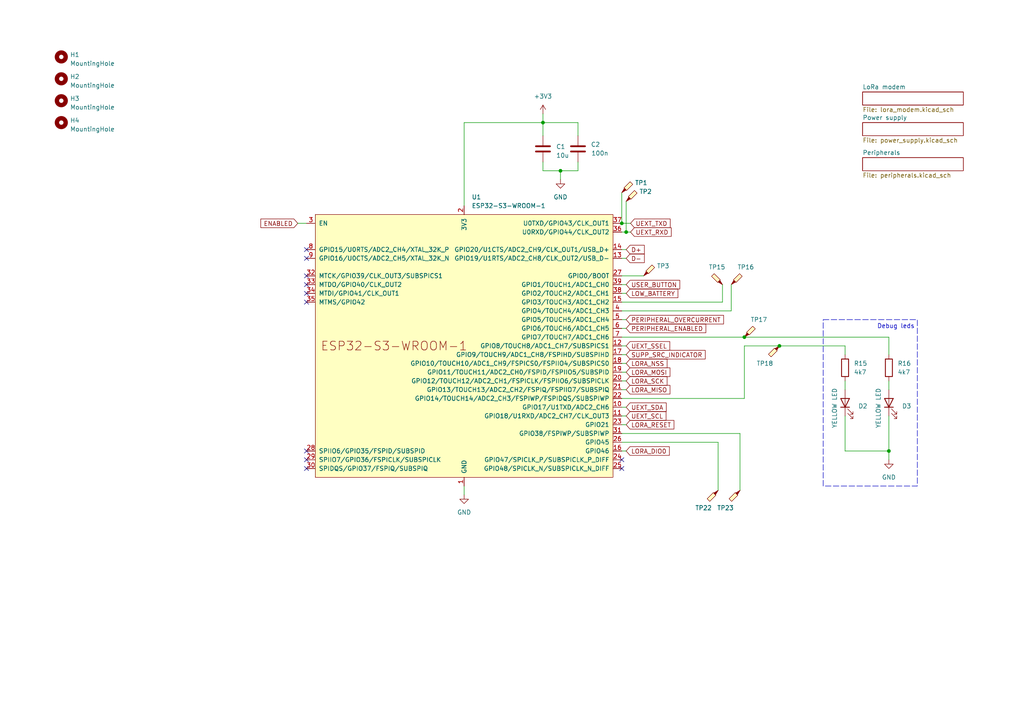
<source format=kicad_sch>
(kicad_sch (version 20231120) (generator "eeschema") (generator_version "8.0")
  (paper "A4")
  (lib_symbols
    (symbol "Connector:TestPoint_Probe" (pin_numbers hide) (pin_names (offset 0.762) hide)
      (property "Reference" "TP" (at 1.651 5.842 0))
      (property "Value" "TestPoint_Probe" (at 1.651 4.064 0))
      (symbol "TestPoint_Probe_0_1"
        (polyline (pts (xy 1.27 0.762) (xy 0 0) (xy 0.762 1.27) (xy 1.27 0.762)) (fill (type outline)))
        (polyline (pts (xy 1.397 0.635) (xy 0.635 1.397) (xy 2.413 3.175) (xy 3.175 2.413) (xy 1.397 0.635)) (fill (type background)))
      )
      (symbol "TestPoint_Probe_1_1"
        (pin passive line (at 0 0 90) (length 0) (name "1") (number "1"))
      )
    )
    (symbol "Device:C" (pin_numbers hide) (pin_names (offset 0.254))
      (property "Reference" "C" (at 0.635 2.54 0))
      (property "Value" "C" (at 0.635 -2.54 0))
      (symbol "C_0_1"
        (polyline (pts (xy -2.032 -0.762) (xy 2.032 -0.762)) (stroke (width 0.508)))
        (polyline (pts (xy -2.032 0.762) (xy 2.032 0.762)) (stroke (width 0.508)))
      )
      (symbol "C_1_1"
        (pin passive line (at 0 3.81 270) (length 2.794) (name "~") (number "1"))
        (pin passive line (at 0 -3.81 90) (length 2.794) (name "~") (number "2"))
      )
    )
    (symbol "Device:LED" (pin_numbers hide) (pin_names (offset 1.016) hide)
      (property "Reference" "D" (at 0 2.54 0))
      (property "Value" "LED" (at 0 -2.54 0))
      (symbol "LED_0_1"
        (polyline (pts (xy -1.27 -1.27) (xy -1.27 1.27)) (stroke (width 0.254)))
        (polyline (pts (xy -1.27 0) (xy 1.27 0)))
        (polyline (pts (xy 1.27 -1.27) (xy 1.27 1.27) (xy -1.27 0) (xy 1.27 -1.27)) (stroke (width 0.254)))
        (polyline (pts (xy -3.048 -0.762) (xy -4.572 -2.286) (xy -3.81 -2.286) (xy -4.572 -2.286) (xy -4.572 -1.524)))
        (polyline (pts (xy -1.778 -0.762) (xy -3.302 -2.286) (xy -2.54 -2.286) (xy -3.302 -2.286) (xy -3.302 -1.524)))
      )
      (symbol "LED_1_1"
        (pin passive line (at -3.81 0 0) (length 2.54) (name "K") (number "1"))
        (pin passive line (at 3.81 0 180) (length 2.54) (name "A") (number "2"))
      )
    )
    (symbol "Device:R" (pin_numbers hide) (pin_names (offset 0))
      (property "Reference" "R" (at 2.032 0 90))
      (property "Value" "R" (at 0 0 90))
      (symbol "R_0_1"
        (rectangle (start -1.016 -2.54) (end 1.016 2.54) (stroke (width 0.254)))
      )
      (symbol "R_1_1"
        (pin passive line (at 0 3.81 270) (length 1.27) (name "~") (number "1"))
        (pin passive line (at 0 -3.81 90) (length 1.27) (name "~") (number "2"))
      )
    )
    (symbol "Mechanical:MountingHole" (pin_names (offset 1.016))
      (property "Reference" "H" (at 0 5.08 0))
      (property "Value" "MountingHole" (at 0 3.175 0))
      (symbol "MountingHole_0_1"
        (circle (center 0 0) (radius 1.27) (stroke (width 1.27)))
      )
    )
    (symbol "PCM_Espressif:ESP32-S3-WROOM-1" (pin_names (offset 1.016))
      (property "Reference" "U" (at -43.18 43.18 0))
      (property "Value" "ESP32-S3-WROOM-1" (at -43.18 40.64 0))
      (symbol "ESP32-S3-WROOM-1_0_0"
        (text "ESP32-S3-WROOM-1" (at -20.32 0 0) (effects (font (size 2.54 2.54))))
        (pin power_in line (at 0 -40.64 90) (length 2.54) (name "GND") (number "1"))
        (pin bidirectional line (at 45.72 -17.78 180) (length 2.54) (name "GPIO17/U1TXD/ADC2_CH6") (number "10"))
        (pin bidirectional line (at 45.72 -20.32 180) (length 2.54) (name "GPIO18/U1RXD/ADC2_CH7/CLK_OUT3") (number "11"))
        (pin bidirectional line (at 45.72 0 180) (length 2.54) (name "GPIO8/TOUCH8/ADC1_CH7/SUBSPICS1") (number "12"))
        (pin bidirectional line (at 45.72 25.4 180) (length 2.54) (name "GPIO19/U1RTS/ADC2_CH8/CLK_OUT2/USB_D-") (number "13"))
        (pin bidirectional line (at 45.72 27.94 180) (length 2.54) (name "GPIO20/U1CTS/ADC2_CH9/CLK_OUT1/USB_D+") (number "14"))
        (pin bidirectional line (at 45.72 12.7 180) (length 2.54) (name "GPIO3/TOUCH3/ADC1_CH2") (number "15"))
        (pin bidirectional line (at 45.72 -30.48 180) (length 2.54) (name "GPIO46") (number "16"))
        (pin bidirectional line (at 45.72 -2.54 180) (length 2.54) (name "GPIO9/TOUCH9/ADC1_CH8/FSPIHD/SUBSPIHD") (number "17"))
        (pin bidirectional line (at 45.72 -5.08 180) (length 2.54) (name "GPIO10/TOUCH10/ADC1_CH9/FSPICS0/FSPIIO4/SUBSPICS0") (number "18"))
        (pin bidirectional line (at 45.72 -7.62 180) (length 2.54) (name "GPIO11/TOUCH11/ADC2_CH0/FSPID/FSPIIO5/SUBSPID") (number "19"))
        (pin power_in line (at 0 40.64 270) (length 2.54) (name "3V3") (number "2"))
        (pin bidirectional line (at 45.72 -10.16 180) (length 2.54) (name "GPIO12/TOUCH12/ADC2_CH1/FSPICLK/FSPIIO6/SUBSPICLK") (number "20"))
        (pin bidirectional line (at 45.72 -12.7 180) (length 2.54) (name "GPIO13/TOUCH13/ADC2_CH2/FSPIQ/FSPIIO7/SUBSPIQ") (number "21"))
        (pin bidirectional line (at 45.72 -15.24 180) (length 2.54) (name "GPIO14/TOUCH14/ADC2_CH3/FSPIWP/FSPIDQS/SUBSPIWP") (number "22"))
        (pin bidirectional line (at 45.72 -22.86 180) (length 2.54) (name "GPIO21") (number "23"))
        (pin bidirectional line (at 45.72 -33.02 180) (length 2.54) (name "GPIO47/SPICLK_P/SUBSPICLK_P_DIFF") (number "24"))
        (pin bidirectional line (at 45.72 -35.56 180) (length 2.54) (name "GPIO48/SPICLK_N/SUBSPICLK_N_DIFF") (number "25"))
        (pin bidirectional line (at 45.72 -27.94 180) (length 2.54) (name "GPIO45") (number "26"))
        (pin bidirectional line (at 45.72 20.32 180) (length 2.54) (name "GPIO0/BOOT") (number "27"))
        (pin bidirectional line (at -45.72 -30.48 0) (length 2.54) (name "SPIIO6/GPIO35/FSPID/SUBSPID") (number "28"))
        (pin bidirectional line (at -45.72 -33.02 0) (length 2.54) (name "SPIIO7/GPIO36/FSPICLK/SUBSPICLK") (number "29"))
        (pin input line (at -45.72 35.56 0) (length 2.54) (name "EN") (number "3"))
        (pin bidirectional line (at -45.72 -35.56 0) (length 2.54) (name "SPIDQS/GPIO37/FSPIQ/SUBSPIQ") (number "30"))
        (pin bidirectional line (at 45.72 -25.4 180) (length 2.54) (name "GPIO38/FSPIWP/SUBSPIWP") (number "31"))
        (pin bidirectional line (at -45.72 20.32 0) (length 2.54) (name "MTCK/GPIO39/CLK_OUT3/SUBSPICS1") (number "32"))
        (pin bidirectional line (at -45.72 17.78 0) (length 2.54) (name "MTDO/GPIO40/CLK_OUT2") (number "33"))
        (pin bidirectional line (at -45.72 15.24 0) (length 2.54) (name "MTDI/GPIO41/CLK_OUT1") (number "34"))
        (pin bidirectional line (at -45.72 12.7 0) (length 2.54) (name "MTMS/GPIO42") (number "35"))
        (pin bidirectional line (at 45.72 33.02 180) (length 2.54) (name "U0RXD/GPIO44/CLK_OUT2") (number "36"))
        (pin bidirectional line (at 45.72 35.56 180) (length 2.54) (name "U0TXD/GPIO43/CLK_OUT1") (number "37"))
        (pin bidirectional line (at 45.72 15.24 180) (length 2.54) (name "GPIO2/TOUCH2/ADC1_CH1") (number "38"))
        (pin bidirectional line (at 45.72 17.78 180) (length 2.54) (name "GPIO1/TOUCH1/ADC1_CH0") (number "39"))
        (pin bidirectional line (at 45.72 10.16 180) (length 2.54) (name "GPIO4/TOUCH4/ADC1_CH3") (number "4"))
        (pin passive line (at 0 -40.64 90) (length 2.54) hide (name "GND") (number "40"))
        (pin passive line (at 0 -40.64 90) (length 2.54) hide (name "GND") (number "41"))
        (pin bidirectional line (at 45.72 7.62 180) (length 2.54) (name "GPIO5/TOUCH5/ADC1_CH4") (number "5"))
        (pin bidirectional line (at 45.72 5.08 180) (length 2.54) (name "GPIO6/TOUCH6/ADC1_CH5") (number "6"))
        (pin bidirectional line (at 45.72 2.54 180) (length 2.54) (name "GPIO7/TOUCH7/ADC1_CH6") (number "7"))
        (pin bidirectional line (at -45.72 27.94 0) (length 2.54) (name "GPIO15/U0RTS/ADC2_CH4/XTAL_32K_P") (number "8"))
        (pin bidirectional line (at -45.72 25.4 0) (length 2.54) (name "GPIO16/U0CTS/ADC2_CH5/XTAL_32K_N") (number "9"))
      )
      (symbol "ESP32-S3-WROOM-1_0_1"
        (rectangle (start -43.18 38.1) (end 43.18 -38.1) (fill (type background)))
      )
    )
    (symbol "power:+3V3" (power) (pin_names (offset 0))
      (property "Value" "+3V3" (at 0 3.556 0))
      (symbol "+3V3_0_1"
        (polyline (pts (xy -0.762 1.27) (xy 0 2.54)))
        (polyline (pts (xy 0 0) (xy 0 2.54)))
        (polyline (pts (xy 0 2.54) (xy 0.762 1.27)))
      )
      (symbol "+3V3_1_1"
        (pin power_in line (at 0 0 90) (length 0) hide (name "+3V3") (number "1"))
      )
    )
    (symbol "power:GND" (power) (pin_names (offset 0))
      (property "Value" "GND" (at 0 -3.81 0))
      (symbol "GND_0_1"
        (polyline (pts (xy 0 0) (xy 0 -1.27) (xy 1.27 -1.27) (xy 0 -2.54) (xy -1.27 -1.27) (xy 0 -1.27)))
      )
      (symbol "GND_1_1"
        (pin power_in line (at 0 0 270) (length 0) hide (name "GND") (number "1"))
      )
    )
  )
  (junction (at 162.56 49.53))
  (junction (at 157.48 35.56))
  (junction (at 226.06 100.33))
  (junction (at 180.34 64.77))
  (junction (at 181.61 67.31))
  (junction (at 257.81 130.81))
  (junction (at 215.9 97.79))
  (no_connect (at 88.9 82.55))
  (no_connect (at 88.9 80.01))
  (no_connect (at 180.34 135.89))
  (no_connect (at 88.9 135.89))
  (no_connect (at 88.9 72.39))
  (no_connect (at 180.34 133.35))
  (no_connect (at 88.9 130.81))
  (no_connect (at 88.9 133.35))
  (no_connect (at 88.9 85.09))
  (no_connect (at 88.9 87.63))
  (no_connect (at 88.9 74.93))
  (wire (pts (xy 181.61 67.31) (xy 182.88 67.31)))
  (wire (pts (xy 181.61 107.95) (xy 180.34 107.95)))
  (wire (pts (xy 180.34 97.79) (xy 215.9 97.79)))
  (wire (pts (xy 180.34 87.63) (xy 209.55 87.63)))
  (wire (pts (xy 181.61 67.31) (xy 181.61 58.42)))
  (wire (pts (xy 257.81 120.65) (xy 257.81 130.81)))
  (wire (pts (xy 214.63 125.73) (xy 214.63 142.24)))
  (wire (pts (xy 215.9 115.57) (xy 215.9 100.33)))
  (wire (pts (xy 180.34 64.77) (xy 180.34 55.88)))
  (wire (pts (xy 257.81 110.49) (xy 257.81 113.03)))
  (wire (pts (xy 181.61 113.03) (xy 180.34 113.03)))
  (wire (pts (xy 180.34 120.65) (xy 181.61 120.65)))
  (wire (pts (xy 209.55 82.55) (xy 209.55 87.63)))
  (wire (pts (xy 245.11 100.33) (xy 245.11 102.87)))
  (wire (pts (xy 180.34 82.55) (xy 181.61 82.55)))
  (wire (pts (xy 208.28 128.27) (xy 180.34 128.27)))
  (wire (pts (xy 180.34 72.39) (xy 181.61 72.39)))
  (wire (pts (xy 180.34 64.77) (xy 182.88 64.77)))
  (wire (pts (xy 180.34 90.17) (xy 212.09 90.17)))
  (wire (pts (xy 226.06 100.33) (xy 245.11 100.33)))
  (wire (pts (xy 162.56 49.53) (xy 162.56 52.07)))
  (wire (pts (xy 180.34 118.11) (xy 181.61 118.11)))
  (wire (pts (xy 181.61 110.49) (xy 180.34 110.49)))
  (wire (pts (xy 180.34 95.25) (xy 181.61 95.25)))
  (wire (pts (xy 86.36 64.77) (xy 88.9 64.77)))
  (wire (pts (xy 257.81 97.79) (xy 257.81 102.87)))
  (wire (pts (xy 180.34 80.01) (xy 186.69 80.01)))
  (wire (pts (xy 245.11 110.49) (xy 245.11 113.03)))
  (wire (pts (xy 134.62 35.56) (xy 157.48 35.56)))
  (wire (pts (xy 257.81 130.81) (xy 257.81 133.35)))
  (wire (pts (xy 180.34 74.93) (xy 181.61 74.93)))
  (wire (pts (xy 157.48 35.56) (xy 167.64 35.56)))
  (wire (pts (xy 180.34 130.81) (xy 181.61 130.81)))
  (wire (pts (xy 157.48 46.99) (xy 157.48 49.53)))
  (wire (pts (xy 134.62 35.56) (xy 134.62 59.69)))
  (wire (pts (xy 215.9 100.33) (xy 226.06 100.33)))
  (wire (pts (xy 215.9 97.79) (xy 257.81 97.79)))
  (wire (pts (xy 180.34 125.73) (xy 214.63 125.73)))
  (wire (pts (xy 167.64 39.37) (xy 167.64 35.56)))
  (wire (pts (xy 162.56 49.53) (xy 167.64 49.53)))
  (wire (pts (xy 245.11 130.81) (xy 257.81 130.81)))
  (wire (pts (xy 180.34 115.57) (xy 215.9 115.57)))
  (wire (pts (xy 180.34 85.09) (xy 181.61 85.09)))
  (wire (pts (xy 157.48 49.53) (xy 162.56 49.53)))
  (wire (pts (xy 157.48 35.56) (xy 157.48 39.37)))
  (wire (pts (xy 180.34 123.19) (xy 181.61 123.19)))
  (wire (pts (xy 134.62 140.97) (xy 134.62 143.51)))
  (wire (pts (xy 208.28 142.24) (xy 208.28 128.27)))
  (wire (pts (xy 180.34 92.71) (xy 181.61 92.71)))
  (wire (pts (xy 212.09 82.55) (xy 212.09 90.17)))
  (wire (pts (xy 181.61 105.41) (xy 180.34 105.41)))
  (wire (pts (xy 167.64 49.53) (xy 167.64 46.99)))
  (wire (pts (xy 180.34 100.33) (xy 181.61 100.33)))
  (wire (pts (xy 180.34 102.87) (xy 181.61 102.87)))
  (wire (pts (xy 245.11 120.65) (xy 245.11 130.81)))
  (wire (pts (xy 157.48 33.02) (xy 157.48 35.56)))
  (wire (pts (xy 180.34 67.31) (xy 181.61 67.31)))
  (rectangle (start 238.76 92.71) (end 266.065 140.97) (stroke (width 0) (type dash)))
  (text "Debug leds" (at 259.842 94.742 0) (effects (font (size 1.27 1.27))))
  (global_label "LORA_NSS" (shape input) (at 181.61 105.41 0) (property "Intersheetrefs" "${INTERSHEET_REFS}" (effects (hide yes))))
  (global_label "PERIPHERAL_ENABLED" (shape input) (at 181.61 95.25 0) (property "Intersheetrefs" "${INTERSHEET_REFS}" (effects (hide yes))))
  (global_label "LORA_MISO" (shape input) (at 181.61 113.03 0) (property "Intersheetrefs" "${INTERSHEET_REFS}" (effects (hide yes))))
  (global_label "LORA_DIO0" (shape input) (at 181.61 130.81 0) (property "Intersheetrefs" "${INTERSHEET_REFS}" (effects (hide yes))))
  (global_label "PERIPHERAL_OVERCURRENT" (shape input) (at 181.61 92.71 0) (property "Intersheetrefs" "${INTERSHEET_REFS}" (effects (hide yes))))
  (global_label "LOW_BATTERY" (shape input) (at 181.61 85.09 0) (property "Intersheetrefs" "${INTERSHEET_REFS}" (effects (hide yes))))
  (global_label "D+" (shape input) (at 181.61 72.39 0) (property "Intersheetrefs" "${INTERSHEET_REFS}" (effects (hide yes))))
  (global_label "LORA_MOSI" (shape input) (at 181.61 107.95 0) (property "Intersheetrefs" "${INTERSHEET_REFS}" (effects (hide yes))))
  (global_label "LORA_RESET" (shape input) (at 181.61 123.19 0) (property "Intersheetrefs" "${INTERSHEET_REFS}" (effects (hide yes))))
  (global_label "SUPP_SRC_INDICATOR" (shape input) (at 181.61 102.87 0) (property "Intersheetrefs" "${INTERSHEET_REFS}" (effects (hide yes))))
  (global_label "UEXT_TXD" (shape input) (at 182.88 64.77 0) (property "Intersheetrefs" "${INTERSHEET_REFS}" (effects (hide yes))))
  (global_label "UEXT_SSEL" (shape input) (at 181.61 100.33 0) (property "Intersheetrefs" "${INTERSHEET_REFS}" (effects (hide yes))))
  (global_label "USER_BUTTON" (shape input) (at 181.61 82.55 0) (property "Intersheetrefs" "${INTERSHEET_REFS}" (effects (hide yes))))
  (global_label "D-" (shape input) (at 181.61 74.93 0) (property "Intersheetrefs" "${INTERSHEET_REFS}" (effects (hide yes))))
  (global_label "LORA_SCK" (shape input) (at 181.61 110.49 0) (property "Intersheetrefs" "${INTERSHEET_REFS}" (effects (hide yes))))
  (global_label "UEXT_SCL" (shape input) (at 181.61 120.65 0) (property "Intersheetrefs" "${INTERSHEET_REFS}" (effects (hide yes))))
  (global_label "ENABLED" (shape input) (at 86.36 64.77 180) (property "Intersheetrefs" "${INTERSHEET_REFS}" (effects (hide yes))))
  (global_label "UEXT_SDA" (shape input) (at 181.61 118.11 0) (property "Intersheetrefs" "${INTERSHEET_REFS}" (effects (hide yes))))
  (global_label "UEXT_RXD" (shape input) (at 182.88 67.31 0) (property "Intersheetrefs" "${INTERSHEET_REFS}" (effects (hide yes))))
  (symbol (lib_id "Device:R") (at 257.81 106.68 0) (unit 1)
    (property "Reference" "R16" (at 260.35 105.41 0) (effects (justify left)))
    (property "Value" "4k7" (at 260.35 107.95 0) (effects (justify left)))
    (property "Footprint" "Resistor_SMD:R_0805_2012Metric" (effects (hide yes)))
    (property "JLCPCB Part" "C17673" (effects (hide yes)))
    (property "MFR.Part" "0805W8F4701T5E" (effects (hide yes)))
  )
  (symbol (lib_id "Connector:TestPoint_Probe") (at 180.34 55.88 0) (unit 1)
    (property "Reference" "TP1" (at 184.15 53.0225 0) (effects (justify left)))
    (property "Value" "TestPoint_Probe" (effects (hide yes)))
    (property "Footprint" "TestPoint:TestPoint_Pad_D1.0mm" (effects (hide yes)))
  )
  (symbol (lib_id "PCM_Espressif:ESP32-S3-WROOM-1") (at 134.62 100.33 0) (unit 1)
    (property "Reference" "U1" (at 136.8141 57.15 0) (effects (justify left)))
    (property "Value" "ESP32-S3-WROOM-1" (at 136.8141 59.69 0) (effects (justify left)))
    (property "Footprint" "PCM_Espressif:ESP32-S3-WROOM-1U" (effects (hide yes)))
    (property "Datasheet" "https://www.espressif.com/sites/default/files/documentation/esp32-s3-wroom-1_wroom-1u_datasheet_en.pdf" (effects (hide yes)))
    (property "JLCPCB Part" "C3013945" (effects (hide yes)))
    (property "MFR.Part" "ESP32-S3-WROOM-1U-N16R2 " (effects (hide yes)))
  )
  (symbol (lib_id "Mechanical:MountingHole") (at 17.78 29.21 0) (unit 1)
    (property "Reference" "H3" (at 20.32 28.575 0) (effects (justify left)))
    (property "Value" "MountingHole" (at 20.32 31.115 0) (effects (justify left)))
    (property "Footprint" "MountingHole:MountingHole_3.2mm_M3_DIN965_Pad" (effects (hide yes)))
  )
  (symbol (lib_id "Device:C") (at 157.48 43.18 0) (unit 1)
    (property "Reference" "C1" (at 161.29 42.545 0) (effects (justify left)))
    (property "Value" "10u" (at 161.29 45.085 0) (effects (justify left)))
    (property "Footprint" "Capacitor_SMD:C_0402_1005Metric_Pad0.74x0.62mm_HandSolder" (effects (hide yes)))
    (property "Voltage" "6.3" (effects (hide yes)))
    (property "JLCPCB Part" "C15525" (effects (hide yes)))
    (property "MFR.Part" "CL05A106MQ5NUNC" (effects (hide yes)))
  )
  (symbol (lib_id "Connector:TestPoint_Probe") (at 214.63 142.24 180) (unit 1)
    (property "Reference" "TP23" (at 212.852 147.32 0) (effects (justify left)))
    (property "Value" "TestPoint_Probe" (effects (hide yes)))
    (property "Footprint" "TestPoint:TestPoint_Pad_D1.0mm" (effects (hide yes)))
  )
  (symbol (lib_id "power:GND") (at 162.56 52.07 0) (unit 1)
    (property "Reference" "#PWR02" (effects (hide yes)))
    (property "Value" "GND" (at 162.56 57.15 0))
  )
  (symbol (lib_id "power:+3V3") (at 157.48 33.02 0) (unit 1)
    (property "Reference" "#PWR01" (effects (hide yes)))
    (property "Value" "+3V3" (at 157.48 27.94 0))
  )
  (symbol (lib_id "Connector:TestPoint_Probe") (at 226.06 100.33 180) (unit 1)
    (property "Reference" "TP18" (at 224.282 105.41 0) (effects (justify left)))
    (property "Value" "TestPoint_Probe" (effects (hide yes)))
    (property "Footprint" "TestPoint:TestPoint_Pad_D1.0mm" (effects (hide yes)))
  )
  (symbol (lib_id "Connector:TestPoint_Probe") (at 215.9 97.79 0) (unit 1)
    (property "Reference" "TP17" (at 217.678 92.71 0) (effects (justify left)))
    (property "Value" "TestPoint_Probe" (effects (hide yes)))
    (property "Footprint" "TestPoint:TestPoint_Pad_D1.0mm" (effects (hide yes)))
  )
  (symbol (lib_id "Mechanical:MountingHole") (at 17.78 16.51 0) (unit 1)
    (property "Reference" "H1" (at 20.32 15.875 0) (effects (justify left)))
    (property "Value" "MountingHole" (at 20.32 18.415 0) (effects (justify left)))
    (property "Footprint" "MountingHole:MountingHole_3.2mm_M3_DIN965_Pad" (effects (hide yes)))
  )
  (symbol (lib_id "power:GND") (at 257.81 133.35 0) (unit 1)
    (property "Reference" "#PWR037" (effects (hide yes)))
    (property "Value" "GND" (at 257.81 138.43 0))
  )
  (symbol (lib_id "Connector:TestPoint_Probe") (at 181.61 58.42 0) (unit 1)
    (property "Reference" "TP2" (at 185.42 55.5625 0) (effects (justify left)))
    (property "Value" "TestPoint_Probe" (effects (hide yes)))
    (property "Footprint" "TestPoint:TestPoint_Pad_D1.0mm" (effects (hide yes)))
  )
  (symbol (lib_id "Device:LED") (at 257.81 116.84 90) (unit 1)
    (property "Reference" "D3" (at 261.62 117.7925 90) (effects (justify right)))
    (property "Value" "YELLOW LED" (at 254.762 112.522 0) (effects (justify right)))
    (property "Footprint" "LED_SMD:LED_0805_2012Metric" (effects (hide yes)))
    (property "JLCPCB Part" "C2296" (effects (hide yes)))
    (property "MFR.Part" "KT-0805Y" (effects (hide yes)))
  )
  (symbol (lib_id "Device:R") (at 245.11 106.68 0) (unit 1)
    (property "Reference" "R15" (at 247.65 105.41 0) (effects (justify left)))
    (property "Value" "4k7" (at 247.65 107.95 0) (effects (justify left)))
    (property "Footprint" "Resistor_SMD:R_0805_2012Metric" (effects (hide yes)))
    (property "JLCPCB Part" "C17673" (effects (hide yes)))
    (property "MFR.Part" "0805W8F4701T5E" (effects (hide yes)))
  )
  (symbol (lib_id "power:GND") (at 134.62 143.51 0) (unit 1)
    (property "Reference" "#PWR03" (effects (hide yes)))
    (property "Value" "GND" (at 134.62 148.59 0))
  )
  (symbol (lib_id "Connector:TestPoint_Probe") (at 212.09 82.55 0) (unit 1)
    (property "Reference" "TP16" (at 213.868 77.47 0) (effects (justify left)))
    (property "Value" "TestPoint_Probe" (effects (hide yes)))
    (property "Footprint" "TestPoint:TestPoint_Pad_D1.0mm" (effects (hide yes)))
  )
  (symbol (lib_id "Connector:TestPoint_Probe") (at 209.55 82.55 90) (unit 1)
    (property "Reference" "TP15" (at 207.9625 77.47 90))
    (property "Value" "TestPoint_Probe" (effects (hide yes)))
    (property "Footprint" "TestPoint:TestPoint_Pad_D1.0mm" (effects (hide yes)))
  )
  (symbol (lib_id "Connector:TestPoint_Probe") (at 208.28 142.24 180) (unit 1)
    (property "Reference" "TP22" (at 206.502 147.32 0) (effects (justify left)))
    (property "Value" "TestPoint_Probe" (effects (hide yes)))
    (property "Footprint" "TestPoint:TestPoint_Pad_D1.0mm" (effects (hide yes)))
  )
  (symbol (lib_id "Mechanical:MountingHole") (at 17.78 35.56 0) (unit 1)
    (property "Reference" "H4" (at 20.32 34.925 0) (effects (justify left)))
    (property "Value" "MountingHole" (at 20.32 37.465 0) (effects (justify left)))
    (property "Footprint" "MountingHole:MountingHole_3.2mm_M3_DIN965_Pad" (effects (hide yes)))
  )
  (symbol (lib_id "Connector:TestPoint_Probe") (at 186.69 80.01 0) (unit 1)
    (property "Reference" "TP3" (at 190.5 77.1525 0) (effects (justify left)))
    (property "Value" "TestPoint_Probe" (effects (hide yes)))
    (property "Footprint" "TestPoint:TestPoint_Pad_D1.0mm" (effects (hide yes)))
  )
  (symbol (lib_id "Device:LED") (at 245.11 116.84 90) (unit 1)
    (property "Reference" "D2" (at 248.92 117.7925 90) (effects (justify right)))
    (property "Value" "YELLOW LED" (at 242.062 112.522 0) (effects (justify right)))
    (property "Footprint" "LED_SMD:LED_0805_2012Metric" (effects (hide yes)))
    (property "JLCPCB Part" "C2296" (effects (hide yes)))
    (property "MFR.Part" "KT-0805Y" (effects (hide yes)))
  )
  (symbol (lib_id "Mechanical:MountingHole") (at 17.78 22.86 0) (unit 1)
    (property "Reference" "H2" (at 20.32 22.225 0) (effects (justify left)))
    (property "Value" "MountingHole" (at 20.32 24.765 0) (effects (justify left)))
    (property "Footprint" "MountingHole:MountingHole_3.2mm_M3_DIN965_Pad" (effects (hide yes)))
  )
  (symbol (lib_id "Device:C") (at 167.64 43.18 180) (unit 1)
    (property "Reference" "C2" (at 172.72 41.91 0))
    (property "Value" "100n" (at 173.99 44.45 0))
    (property "Footprint" "Capacitor_SMD:C_0402_1005Metric" (effects (hide yes)))
    (property "Voltage" "16" (effects (hide yes)))
    (property "JLCPCB Part" "C1525" (effects (hide yes)))
    (property "MFR.Part" "CL05B104KO5NNNC" (effects (hide yes)))
  )
  (sheet (at 250.19 35.56) (size 29.21 3.81) (stroke (width 0.1524))
    (property "Sheetname" "Power supply" (at 250.19 34.8484 0) (effects (justify left bottom)))
    (property "Sheetfile" "power_supply.kicad_sch" (at 250.19 39.9546 0) (effects (justify left top)))
  )
  (sheet (at 250.19 26.67) (size 29.21 3.81) (stroke (width 0.1524))
    (property "Sheetname" "LoRa modem" (at 250.19 25.9584 0) (effects (justify left bottom)))
    (property "Sheetfile" "lora_modem.kicad_sch" (at 250.19 31.0646 0) (effects (justify left top)))
  )
  (sheet (at 250.19 45.72) (size 29.21 3.81) (stroke (width 0.1524))
    (property "Sheetname" "Peripherals" (at 250.19 45.0084 0) (effects (justify left bottom)))
    (property "Sheetfile" "peripherals.kicad_sch" (at 250.19 50.1146 0) (effects (justify left top)))
  )
)
</source>
